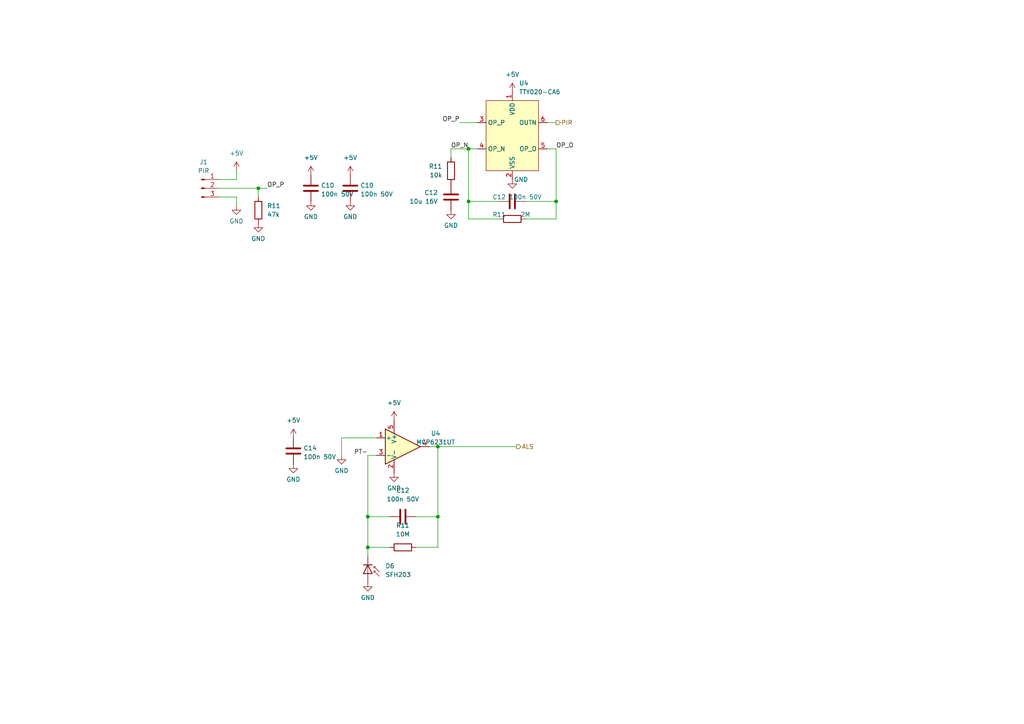
<source format=kicad_sch>
(kicad_sch (version 20230121) (generator eeschema)
  (paper "A4")
  (lib_symbols
    (symbol "Amplifier_Operational:LMV321" (pin_names (offset 0.127))
      (property "Reference" "U" (at 0 5.08 0))
      (property "Value" "LMV321" (at 0 -5.08 0))
      (symbol "LMV321_0_1"
        (polyline (pts (xy -5.08 5.08) (xy 5.08 0) (xy -5.08 -5.08) (xy -5.08 5.08)) (stroke (width 0.254)) (fill (type background)))
        (pin power_in line (at -2.54 -7.62 90) (length 3.81) (name "V-") (number "2"))
        (pin power_in line (at -2.54 7.62 270) (length 3.81) (name "V+") (number "5"))
      )
      (symbol "LMV321_1_1"
        (pin input line (at -7.62 2.54 0) (length 2.54) (name "+") (number "1"))
        (pin input line (at -7.62 -2.54 0) (length 2.54) (name "-") (number "3"))
        (pin output line (at 7.62 0 180) (length 2.54) (name "~") (number "4"))
      )
    )
    (symbol "Connector:Conn_01x03_Male" (pin_names (offset 1.016) hide)
      (property "Reference" "J" (at 0 5.08 0))
      (property "Value" "Conn_01x03_Male" (at 0 -5.08 0))
      (symbol "Conn_01x03_Male_1_1"
        (polyline (pts (xy 1.27 -2.54) (xy 0.8636 -2.54)) (stroke (width 0.1524)))
        (polyline (pts (xy 1.27 0) (xy 0.8636 0)) (stroke (width 0.1524)))
        (polyline (pts (xy 1.27 2.54) (xy 0.8636 2.54)) (stroke (width 0.1524)))
        (rectangle (start 0.8636 -2.413) (end 0 -2.667) (stroke (width 0.1524)) (fill (type outline)))
        (rectangle (start 0.8636 0.127) (end 0 -0.127) (stroke (width 0.1524)) (fill (type outline)))
        (rectangle (start 0.8636 2.667) (end 0 2.413) (stroke (width 0.1524)) (fill (type outline)))
        (pin passive line (at 5.08 2.54 180) (length 3.81) (name "Pin_1") (number "1"))
        (pin passive line (at 5.08 0 180) (length 3.81) (name "Pin_2") (number "2"))
        (pin passive line (at 5.08 -2.54 180) (length 3.81) (name "Pin_3") (number "3"))
      )
    )
    (symbol "Device:C" (pin_numbers hide) (pin_names (offset 0.254))
      (property "Reference" "C" (at 0.635 2.54 0))
      (property "Value" "C" (at 0.635 -2.54 0))
      (symbol "C_0_1"
        (polyline (pts (xy -2.032 -0.762) (xy 2.032 -0.762)) (stroke (width 0.508)))
        (polyline (pts (xy -2.032 0.762) (xy 2.032 0.762)) (stroke (width 0.508)))
      )
      (symbol "C_1_1"
        (pin passive line (at 0 3.81 270) (length 2.794) (name "~") (number "1"))
        (pin passive line (at 0 -3.81 90) (length 2.794) (name "~") (number "2"))
      )
    )
    (symbol "Device:D_Photo" (pin_numbers hide) (pin_names hide)
      (property "Reference" "D" (at 0.508 1.778 0))
      (property "Value" "D_Photo" (at -1.016 -2.794 0))
      (symbol "D_Photo_0_1"
        (polyline (pts (xy -2.54 1.27) (xy -2.54 -1.27)) (stroke (width 0.254)))
        (polyline (pts (xy -2.032 1.778) (xy -1.524 1.778)))
        (polyline (pts (xy 0 0) (xy -2.54 0)))
        (polyline (pts (xy -0.508 3.302) (xy -2.032 1.778) (xy -2.032 2.286)))
        (polyline (pts (xy 0 -1.27) (xy 0 1.27) (xy -2.54 0) (xy 0 -1.27)) (stroke (width 0.254)))
        (polyline (pts (xy 0.762 3.302) (xy -0.762 1.778) (xy -0.762 2.286) (xy -0.762 1.778) (xy -0.254 1.778)))
      )
      (symbol "D_Photo_1_1"
        (pin passive line (at -5.08 0 0) (length 2.54) (name "K") (number "1"))
        (pin passive line (at 2.54 0 180) (length 2.54) (name "A") (number "2"))
      )
    )
    (symbol "Device:R" (pin_numbers hide) (pin_names (offset 0))
      (property "Reference" "R" (at 2.032 0 90))
      (property "Value" "R" (at 0 0 90))
      (symbol "R_0_1"
        (rectangle (start -1.016 -2.54) (end 1.016 2.54) (stroke (width 0.254)))
      )
      (symbol "R_1_1"
        (pin passive line (at 0 3.81 270) (length 1.27) (name "~") (number "1"))
        (pin passive line (at 0 -3.81 90) (length 1.27) (name "~") (number "2"))
      )
    )
    (symbol "power:+5V" (power) (pin_names (offset 0))
      (property "Value" "+5V" (at 0 3.556 0))
      (symbol "+5V_0_1"
        (polyline (pts (xy -0.762 1.27) (xy 0 2.54)))
        (polyline (pts (xy 0 0) (xy 0 2.54)))
        (polyline (pts (xy 0 2.54) (xy 0.762 1.27)))
      )
      (symbol "+5V_1_1"
        (pin power_in line (at 0 0 90) (length 0) hide (name "+5V") (number "1"))
      )
    )
    (symbol "power:GND" (power) (pin_names (offset 0))
      (property "Value" "GND" (at 0 -3.81 0))
      (symbol "GND_0_1"
        (polyline (pts (xy 0 0) (xy 0 -1.27) (xy 1.27 -1.27) (xy 0 -2.54) (xy -1.27 -1.27) (xy 0 -1.27)))
      )
      (symbol "GND_1_1"
        (pin power_in line (at 0 0 270) (length 0) hide (name "GND") (number "1"))
      )
    )
    (symbol "prj_lib:TTY020"
      (property "Reference" "U" (at 0 0 0))
      (property "Value" "TTY020-CA6" (at 0 0 0))
      (symbol "TTY020_1_1"
        (rectangle (start -7.62 10.16) (end 7.62 -10.16) (fill (type background)))
        (pin power_in line (at 0 12.7 270) (length 2.54) (name "VDD") (number "1"))
        (pin power_in line (at 0 -12.7 90) (length 2.54) (name "VSS") (number "2"))
        (pin input line (at -10.16 3.81 0) (length 2.54) (name "OP_P") (number "3"))
        (pin input line (at -10.16 -3.81 0) (length 2.54) (name "OP_N") (number "4"))
        (pin output line (at 10.16 -3.81 180) (length 2.54) (name "OP_O") (number "5"))
        (pin open_collector line (at 10.16 3.81 180) (length 2.54) (name "OUTN") (number "6"))
      )
    )
  )
  (junction (at 106.68 149.86))
  (junction (at 106.68 158.75))
  (junction (at 74.93 54.61))
  (junction (at 161.29 58.42))
  (junction (at 127 129.54))
  (junction (at 135.89 43.18))
  (junction (at 135.89 58.42))
  (junction (at 127 149.86))
  (wire (pts (xy 63.5 52.07) (xy 68.58 52.07)))
  (wire (pts (xy 135.89 58.42) (xy 144.78 58.42)))
  (wire (pts (xy 135.89 43.18) (xy 135.89 58.42)))
  (wire (pts (xy 161.29 43.18) (xy 161.29 58.42)))
  (wire (pts (xy 161.29 58.42) (xy 152.4 58.42)))
  (wire (pts (xy 135.89 58.42) (xy 135.89 63.5)))
  (wire (pts (xy 124.46 129.54) (xy 127 129.54)))
  (wire (pts (xy 130.81 45.72) (xy 130.81 43.18)))
  (wire (pts (xy 127 149.86) (xy 127 158.75)))
  (wire (pts (xy 127 158.75) (xy 120.65 158.75)))
  (wire (pts (xy 99.06 127) (xy 109.22 127)))
  (wire (pts (xy 106.68 132.08) (xy 109.22 132.08)))
  (wire (pts (xy 106.68 149.86) (xy 106.68 132.08)))
  (wire (pts (xy 106.68 158.75) (xy 106.68 161.29)))
  (wire (pts (xy 127 129.54) (xy 127 149.86)))
  (wire (pts (xy 133.35 35.56) (xy 138.43 35.56)))
  (wire (pts (xy 152.4 63.5) (xy 161.29 63.5)))
  (wire (pts (xy 161.29 58.42) (xy 161.29 63.5)))
  (wire (pts (xy 127 129.54) (xy 149.86 129.54)))
  (wire (pts (xy 158.75 43.18) (xy 161.29 43.18)))
  (wire (pts (xy 74.93 54.61) (xy 77.47 54.61)))
  (wire (pts (xy 130.81 43.18) (xy 135.89 43.18)))
  (wire (pts (xy 135.89 43.18) (xy 138.43 43.18)))
  (wire (pts (xy 63.5 57.15) (xy 68.58 57.15)))
  (wire (pts (xy 68.58 49.53) (xy 68.58 52.07)))
  (wire (pts (xy 106.68 149.86) (xy 113.03 149.86)))
  (wire (pts (xy 99.06 132.08) (xy 99.06 127)))
  (wire (pts (xy 144.78 63.5) (xy 135.89 63.5)))
  (wire (pts (xy 68.58 57.15) (xy 68.58 59.69)))
  (wire (pts (xy 106.68 158.75) (xy 106.68 149.86)))
  (wire (pts (xy 113.03 158.75) (xy 106.68 158.75)))
  (wire (pts (xy 120.65 149.86) (xy 127 149.86)))
  (wire (pts (xy 63.5 54.61) (xy 74.93 54.61)))
  (wire (pts (xy 158.75 35.56) (xy 161.29 35.56)))
  (wire (pts (xy 74.93 54.61) (xy 74.93 57.15)))
  (label "PT-" (at 106.68 132.08 180))
  (label "OP_P" (at 77.47 54.61 0))
  (label "OP_P" (at 133.35 35.56 180))
  (label "OP_N" (at 135.89 43.18 180))
  (label "OP_O" (at 161.29 43.18 0))
  (hierarchical_label "ALS" (shape output) (at 149.86 129.54 0))
  (hierarchical_label "PIR" (shape output) (at 161.29 35.56 0))
  (symbol (lib_id "Device:C") (at 130.81 57.15 0) (mirror x) (unit 1)
    (property "Reference" "C12" (at 127 55.88 0) (effects (justify right)))
    (property "Value" "10u 16V" (at 127 58.42 0) (effects (justify right)))
    (property "Footprint" "Capacitor_SMD:C_0603_1608Metric_Pad1.08x0.95mm_HandSolder" (effects hide))
    (property "LCSC Part #" "C92487" (effects hide))
    (instances (project "night_light" (path "" (reference "C12") (unit 1))) (project "corridor_node" (path "" (reference "C11") (unit 1))))
  )
  (symbol (lib_id "power:GND") (at 99.06 132.08 0) (unit 1)
    (property "Reference" "#PWR0139" (effects hide))
    (property "Value" "GND" (at 99.06 136.5234 0))
    (instances (project "night_light" (path "" (reference "#PWR0139") (unit 1))) (project "corridor_node" (path "" (reference "#PWR024") (unit 1))))
  )
  (symbol (lib_id "Device:R") (at 74.93 60.96 180) (unit 1)
    (property "Reference" "R11" (at 77.47 59.69 0) (effects (justify right)))
    (property "Value" "47k" (at 77.47 62.23 0) (effects (justify right)))
    (property "Footprint" "Resistor_SMD:R_0603_1608Metric_Pad0.98x0.95mm_HandSolder" (effects hide))
    (property "LCSC Part #" "C105579" (effects hide))
    (instances (project "night_light" (path "" (reference "R11") (unit 1))) (project "corridor_node" (path "" (reference "R10") (unit 1))))
  )
  (symbol (lib_id "power:+5V") (at 85.09 127 0) (unit 1)
    (property "Reference" "#PWR028" (effects hide))
    (property "Value" "+5V" (at 85.09 121.92 0))
  )
  (symbol (lib_id "Device:R") (at 130.81 49.53 0) (mirror y) (unit 1)
    (property "Reference" "R11" (at 128.27 48.26 0) (effects (justify left)))
    (property "Value" "10k" (at 128.27 50.8 0) (effects (justify left)))
    (property "Footprint" "Resistor_SMD:R_0603_1608Metric_Pad0.98x0.95mm_HandSolder" (effects hide))
    (property "LCSC Part #" "C98220" (effects hide))
    (instances (project "night_light" (path "" (reference "R11") (unit 1))) (project "corridor_node" (path "" (reference "R9") (unit 1))))
  )
  (symbol (lib_id "Connector:Conn_01x03_Male") (at 58.42 54.61 0) (unit 1)
    (property "Reference" "J1" (at 59.055 46.99 0))
    (property "Value" "PIR" (at 59.055 49.53 0))
    (property "Footprint" "Package_TO_SOT_THT:TO-5-3_Window" (effects hide))
    (property "Datasheet" "https://datasheet.lcsc.com/lcsc/2305231101_NEWOPTO-XYC-PIR203Z-S0_C6081342.pdf" (effects hide))
    (property "LCSC Part #" "C6081342" (effects hide))
    (instances (project "night_light" (path "" (reference "J1") (unit 1))) (project "corridor_node" (path "" (reference "U6") (unit 1))))
  )
  (symbol (lib_id "power:GND") (at 101.6 58.42 0) (unit 1)
    (property "Reference" "#PWR0128" (effects hide))
    (property "Value" "GND" (at 101.6 62.8634 0))
    (instances (project "night_light" (path "" (reference "#PWR0128") (unit 1))) (project "corridor_node" (path "" (reference "#PWR045") (unit 1))))
  )
  (symbol (lib_id "power:GND") (at 90.17 58.42 0) (unit 1)
    (property "Reference" "#PWR0128" (effects hide))
    (property "Value" "GND" (at 90.17 62.8634 0))
    (instances (project "night_light" (path "" (reference "#PWR0128") (unit 1))) (project "corridor_node" (path "" (reference "#PWR031") (unit 1))))
  )
  (symbol (lib_id "Device:C") (at 85.09 130.81 0) (unit 1)
    (property "Reference" "C14" (at 88.011 129.9753 0) (effects (justify left)))
    (property "Value" "100n 50V" (at 88.011 132.5122 0) (effects (justify left)))
    (property "Footprint" "Capacitor_SMD:C_0603_1608Metric" (effects hide))
    (property "LCSC Part #" "C14663" (effects hide))
    (instances (project "night_light" (path "" (reference "C14") (unit 1))) (project "corridor_node" (path "" (reference "C10") (unit 1))))
  )
  (symbol (lib_id "power:+5V") (at 148.59 26.67 0) (unit 1)
    (property "Reference" "#PWR036" (effects hide))
    (property "Value" "+5V" (at 148.59 21.59 0))
  )
  (symbol (lib_id "power:+5V") (at 90.17 50.8 0) (unit 1)
    (property "Reference" "#PWR030" (effects hide))
    (property "Value" "+5V" (at 90.17 45.72 0))
  )
  (symbol (lib_id "Amplifier_Operational:LMV321") (at 116.84 129.54 0) (unit 1)
    (property "Reference" "U4" (at 126.3597 125.7133 0))
    (property "Value" "MCP6231UT" (at 126.3597 128.2502 0))
    (property "Footprint" "Package_TO_SOT_SMD:SOT-23-5" (effects hide))
    (property "Datasheet" "http://www.ti.com/lit/ds/symlink/lmv324.pdf" (effects hide))
    (instances (project "night_light" (path "" (reference "U4") (unit 1))) (project "corridor_node" (path "" (reference "U3") (unit 1))))
  )
  (symbol (lib_id "Device:R") (at 148.59 63.5 90) (unit 1)
    (property "Reference" "R11" (at 144.78 62.23 90))
    (property "Value" "2M" (at 152.4 62.23 90))
    (property "Footprint" "Resistor_SMD:R_0603_1608Metric_Pad0.98x0.95mm_HandSolder" (effects hide))
    (property "LCSC Part #" "C114615" (effects hide))
    (instances (project "night_light" (path "" (reference "R11") (unit 1))) (project "corridor_node" (path "" (reference "R8") (unit 1))))
  )
  (symbol (lib_id "power:GND") (at 68.58 59.69 0) (unit 1)
    (property "Reference" "#PWR0126" (effects hide))
    (property "Value" "GND" (at 68.58 64.1334 0))
    (instances (project "night_light" (path "" (reference "#PWR0126") (unit 1))) (project "corridor_node" (path "" (reference "#PWR029") (unit 1))))
  )
  (symbol (lib_id "Device:C") (at 148.59 58.42 90) (unit 1)
    (property "Reference" "C12" (at 144.78 57.15 90))
    (property "Value" "100n 50V" (at 152.4 57.15 90))
    (property "Footprint" "Capacitor_SMD:C_0603_1608Metric_Pad1.08x0.95mm_HandSolder" (effects hide))
    (property "LCSC Part #" "C14663" (effects hide))
    (instances (project "night_light" (path "" (reference "C12") (unit 1))) (project "corridor_node" (path "" (reference "C9") (unit 1))))
  )
  (symbol (lib_id "power:GND") (at 106.68 168.91 0) (unit 1)
    (property "Reference" "#PWR0137" (effects hide))
    (property "Value" "GND" (at 106.68 173.3534 0))
    (instances (project "night_light" (path "" (reference "#PWR0137") (unit 1))) (project "corridor_node" (path "" (reference "#PWR025") (unit 1))))
  )
  (symbol (lib_id "power:GND") (at 114.3 137.16 0) (unit 1)
    (property "Reference" "#PWR0136" (effects hide))
    (property "Value" "GND" (at 114.3 141.6034 0))
    (instances (project "night_light" (path "" (reference "#PWR0136") (unit 1))) (project "corridor_node" (path "" (reference "#PWR027") (unit 1))))
  )
  (symbol (lib_id "prj_lib:TTY020") (at 148.59 39.37 0) (unit 1)
    (property "Reference" "U4" (at 150.5459 24.13 0) (effects (justify left)))
    (property "Value" "TTY020-CA6" (at 150.5459 26.67 0) (effects (justify left)))
    (property "Footprint" "Package_TO_SOT_SMD:SOT-23-6" (effects hide))
    (property "Datasheet" "https://www.tontek.com.tw/uploads/product/166/TTY020_V1.3_EN%20.pdf" (effects hide))
    (property "LCSC Part #" "C648790" (effects hide))
  )
  (symbol (lib_id "Device:C") (at 90.17 54.61 0) (unit 1)
    (property "Reference" "C10" (at 93.091 53.7753 0) (effects (justify left)))
    (property "Value" "100n 50V" (at 93.091 56.3122 0) (effects (justify left)))
    (property "Footprint" "Capacitor_SMD:C_0603_1608Metric" (effects hide))
    (property "LCSC Part #" "C14663" (effects hide))
    (instances (project "night_light" (path "" (reference "C10") (unit 1))) (project "corridor_node" (path "" (reference "C8") (unit 1))))
  )
  (symbol (lib_id "power:GND") (at 130.81 60.96 0) (mirror y) (unit 1)
    (property "Reference" "#PWR0128" (effects hide))
    (property "Value" "GND" (at 130.81 65.4034 0))
    (instances (project "night_light" (path "" (reference "#PWR0128") (unit 1))) (project "corridor_node" (path "" (reference "#PWR037") (unit 1))))
  )
  (symbol (lib_id "power:+5V") (at 68.58 49.53 0) (unit 1)
    (property "Reference" "#PWR032" (effects hide))
    (property "Value" "+5V" (at 68.58 44.45 0))
  )
  (symbol (lib_id "power:+5V") (at 101.6 50.8 0) (unit 1)
    (property "Reference" "#PWR044" (effects hide))
    (property "Value" "+5V" (at 101.6 45.72 0))
  )
  (symbol (lib_id "power:GND") (at 148.59 52.07 0) (unit 1)
    (property "Reference" "#PWR0134" (effects hide))
    (property "Value" "GND" (at 151.13 52.07 0))
    (instances (project "night_light" (path "" (reference "#PWR0134") (unit 1))) (project "corridor_node" (path "" (reference "#PWR035") (unit 1))))
  )
  (symbol (lib_id "Device:C") (at 101.6 54.61 0) (unit 1)
    (property "Reference" "C10" (at 104.521 53.7753 0) (effects (justify left)))
    (property "Value" "100n 50V" (at 104.521 56.3122 0) (effects (justify left)))
    (property "Footprint" "Capacitor_SMD:C_0603_1608Metric" (effects hide))
    (property "LCSC Part #" "C14663" (effects hide))
    (instances (project "night_light" (path "" (reference "C10") (unit 1))) (project "corridor_node" (path "" (reference "C15") (unit 1))))
  )
  (symbol (lib_id "Device:D_Photo") (at 106.68 166.37 270) (unit 1)
    (property "Reference" "D6" (at 111.76 164.1475 90) (effects (justify left)))
    (property "Value" "SFH203" (at 111.76 166.6875 90) (effects (justify left)))
    (property "Footprint" "LED_THT:LED_D3.0mm_Clear" (effects hide))
  )
  (symbol (lib_id "Device:R") (at 116.84 158.75 90) (unit 1)
    (property "Reference" "R11" (at 116.84 152.4 90))
    (property "Value" "10M" (at 116.84 154.94 90))
    (property "Footprint" "Resistor_SMD:R_0603_1608Metric_Pad0.98x0.95mm_HandSolder" (effects hide))
    (property "LCSC Part #" "C105578" (effects hide))
    (instances (project "night_light" (path "" (reference "R11") (unit 1))) (project "corridor_node" (path "" (reference "R5") (unit 1))))
  )
  (symbol (lib_id "power:GND") (at 85.09 134.62 0) (unit 1)
    (property "Reference" "#PWR0134" (effects hide))
    (property "Value" "GND" (at 85.09 139.0634 0))
    (instances (project "night_light" (path "" (reference "#PWR0134") (unit 1))) (project "corridor_node" (path "" (reference "#PWR034") (unit 1))))
  )
  (symbol (lib_id "Device:C") (at 116.84 149.86 90) (unit 1)
    (property "Reference" "C12" (at 116.84 142.24 90))
    (property "Value" "100n 50V" (at 116.84 144.78 90))
    (property "Footprint" "Capacitor_SMD:C_0603_1608Metric_Pad1.08x0.95mm_HandSolder" (effects hide))
    (property "LCSC Part #" "C14663" (effects hide))
    (instances (project "night_light" (path "" (reference "C12") (unit 1))) (project "corridor_node" (path "" (reference "C7") (unit 1))))
  )
  (symbol (lib_id "power:+5V") (at 114.3 121.92 0) (unit 1)
    (property "Reference" "#PWR026" (effects hide))
    (property "Value" "+5V" (at 114.3 116.84 0))
  )
  (symbol (lib_id "power:GND") (at 74.93 64.77 0) (unit 1)
    (property "Reference" "#PWR0126" (effects hide))
    (property "Value" "GND" (at 74.93 69.2134 0))
    (instances (project "night_light" (path "" (reference "#PWR0126") (unit 1))) (project "corridor_node" (path "" (reference "#PWR038") (unit 1))))
  )
)
</source>
